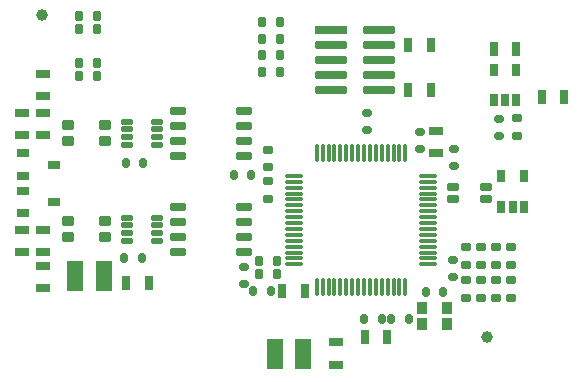
<source format=gtp>
G04*
G04 #@! TF.GenerationSoftware,Altium Limited,Altium Designer,21.9.1 (22)*
G04*
G04 Layer_Color=8421504*
%FSLAX25Y25*%
%MOIN*%
G70*
G04*
G04 #@! TF.SameCoordinates,20B19F73-AE42-437D-8B96-58F391311DC6*
G04*
G04*
G04 #@! TF.FilePolarity,Positive*
G04*
G01*
G75*
G04:AMPARAMS|DCode=10|XSize=39.37mil|YSize=35.43mil|CornerRadius=3.54mil|HoleSize=0mil|Usage=FLASHONLY|Rotation=90.000|XOffset=0mil|YOffset=0mil|HoleType=Round|Shape=RoundedRectangle|*
%AMROUNDEDRECTD10*
21,1,0.03937,0.02835,0,0,90.0*
21,1,0.03228,0.03543,0,0,90.0*
1,1,0.00709,0.01417,0.01614*
1,1,0.00709,0.01417,-0.01614*
1,1,0.00709,-0.01417,-0.01614*
1,1,0.00709,-0.01417,0.01614*
%
%ADD10ROUNDEDRECTD10*%
G04:AMPARAMS|DCode=11|XSize=31.5mil|YSize=25.59mil|CornerRadius=6.4mil|HoleSize=0mil|Usage=FLASHONLY|Rotation=90.000|XOffset=0mil|YOffset=0mil|HoleType=Round|Shape=RoundedRectangle|*
%AMROUNDEDRECTD11*
21,1,0.03150,0.01280,0,0,90.0*
21,1,0.01870,0.02559,0,0,90.0*
1,1,0.01280,0.00640,0.00935*
1,1,0.01280,0.00640,-0.00935*
1,1,0.01280,-0.00640,-0.00935*
1,1,0.01280,-0.00640,0.00935*
%
%ADD11ROUNDEDRECTD11*%
G04:AMPARAMS|DCode=12|XSize=11.81mil|YSize=59.06mil|CornerRadius=2.95mil|HoleSize=0mil|Usage=FLASHONLY|Rotation=0.000|XOffset=0mil|YOffset=0mil|HoleType=Round|Shape=RoundedRectangle|*
%AMROUNDEDRECTD12*
21,1,0.01181,0.05315,0,0,0.0*
21,1,0.00591,0.05906,0,0,0.0*
1,1,0.00591,0.00295,-0.02657*
1,1,0.00591,-0.00295,-0.02657*
1,1,0.00591,-0.00295,0.02657*
1,1,0.00591,0.00295,0.02657*
%
%ADD12ROUNDEDRECTD12*%
G04:AMPARAMS|DCode=13|XSize=11.81mil|YSize=59.06mil|CornerRadius=2.95mil|HoleSize=0mil|Usage=FLASHONLY|Rotation=90.000|XOffset=0mil|YOffset=0mil|HoleType=Round|Shape=RoundedRectangle|*
%AMROUNDEDRECTD13*
21,1,0.01181,0.05315,0,0,90.0*
21,1,0.00591,0.05906,0,0,90.0*
1,1,0.00591,0.02657,0.00295*
1,1,0.00591,0.02657,-0.00295*
1,1,0.00591,-0.02657,-0.00295*
1,1,0.00591,-0.02657,0.00295*
%
%ADD13ROUNDEDRECTD13*%
G04:AMPARAMS|DCode=14|XSize=49.21mil|YSize=27.56mil|CornerRadius=2.76mil|HoleSize=0mil|Usage=FLASHONLY|Rotation=270.000|XOffset=0mil|YOffset=0mil|HoleType=Round|Shape=RoundedRectangle|*
%AMROUNDEDRECTD14*
21,1,0.04921,0.02205,0,0,270.0*
21,1,0.04370,0.02756,0,0,270.0*
1,1,0.00551,-0.01102,-0.02185*
1,1,0.00551,-0.01102,0.02185*
1,1,0.00551,0.01102,0.02185*
1,1,0.00551,0.01102,-0.02185*
%
%ADD14ROUNDEDRECTD14*%
G04:AMPARAMS|DCode=15|XSize=49.21mil|YSize=27.56mil|CornerRadius=2.76mil|HoleSize=0mil|Usage=FLASHONLY|Rotation=180.000|XOffset=0mil|YOffset=0mil|HoleType=Round|Shape=RoundedRectangle|*
%AMROUNDEDRECTD15*
21,1,0.04921,0.02205,0,0,180.0*
21,1,0.04370,0.02756,0,0,180.0*
1,1,0.00551,-0.02185,0.01102*
1,1,0.00551,0.02185,0.01102*
1,1,0.00551,0.02185,-0.01102*
1,1,0.00551,-0.02185,-0.01102*
%
%ADD15ROUNDEDRECTD15*%
G04:AMPARAMS|DCode=16|XSize=31.5mil|YSize=25.59mil|CornerRadius=6.4mil|HoleSize=0mil|Usage=FLASHONLY|Rotation=0.000|XOffset=0mil|YOffset=0mil|HoleType=Round|Shape=RoundedRectangle|*
%AMROUNDEDRECTD16*
21,1,0.03150,0.01280,0,0,0.0*
21,1,0.01870,0.02559,0,0,0.0*
1,1,0.01280,0.00935,-0.00640*
1,1,0.01280,-0.00935,-0.00640*
1,1,0.01280,-0.00935,0.00640*
1,1,0.01280,0.00935,0.00640*
%
%ADD16ROUNDEDRECTD16*%
G04:AMPARAMS|DCode=17|XSize=33.47mil|YSize=23.62mil|CornerRadius=2.36mil|HoleSize=0mil|Usage=FLASHONLY|Rotation=0.000|XOffset=0mil|YOffset=0mil|HoleType=Round|Shape=RoundedRectangle|*
%AMROUNDEDRECTD17*
21,1,0.03347,0.01890,0,0,0.0*
21,1,0.02874,0.02362,0,0,0.0*
1,1,0.00472,0.01437,-0.00945*
1,1,0.00472,-0.01437,-0.00945*
1,1,0.00472,-0.01437,0.00945*
1,1,0.00472,0.01437,0.00945*
%
%ADD17ROUNDEDRECTD17*%
G04:AMPARAMS|DCode=18|XSize=33.47mil|YSize=23.62mil|CornerRadius=2.36mil|HoleSize=0mil|Usage=FLASHONLY|Rotation=90.000|XOffset=0mil|YOffset=0mil|HoleType=Round|Shape=RoundedRectangle|*
%AMROUNDEDRECTD18*
21,1,0.03347,0.01890,0,0,90.0*
21,1,0.02874,0.02362,0,0,90.0*
1,1,0.00472,0.00945,0.01437*
1,1,0.00472,0.00945,-0.01437*
1,1,0.00472,-0.00945,-0.01437*
1,1,0.00472,-0.00945,0.01437*
%
%ADD18ROUNDEDRECTD18*%
%ADD19R,0.00787X0.00787*%
%ADD20C,0.03937*%
G04:AMPARAMS|DCode=21|XSize=43.31mil|YSize=31.5mil|CornerRadius=4.72mil|HoleSize=0mil|Usage=FLASHONLY|Rotation=0.000|XOffset=0mil|YOffset=0mil|HoleType=Round|Shape=RoundedRectangle|*
%AMROUNDEDRECTD21*
21,1,0.04331,0.02205,0,0,0.0*
21,1,0.03386,0.03150,0,0,0.0*
1,1,0.00945,0.01693,-0.01102*
1,1,0.00945,-0.01693,-0.01102*
1,1,0.00945,-0.01693,0.01102*
1,1,0.00945,0.01693,0.01102*
%
%ADD21ROUNDEDRECTD21*%
G04:AMPARAMS|DCode=22|XSize=23.62mil|YSize=43.31mil|CornerRadius=2.36mil|HoleSize=0mil|Usage=FLASHONLY|Rotation=180.000|XOffset=0mil|YOffset=0mil|HoleType=Round|Shape=RoundedRectangle|*
%AMROUNDEDRECTD22*
21,1,0.02362,0.03858,0,0,180.0*
21,1,0.01890,0.04331,0,0,180.0*
1,1,0.00472,-0.00945,0.01929*
1,1,0.00472,0.00945,0.01929*
1,1,0.00472,0.00945,-0.01929*
1,1,0.00472,-0.00945,-0.01929*
%
%ADD22ROUNDEDRECTD22*%
G04:AMPARAMS|DCode=23|XSize=43.31mil|YSize=23.62mil|CornerRadius=3.54mil|HoleSize=0mil|Usage=FLASHONLY|Rotation=180.000|XOffset=0mil|YOffset=0mil|HoleType=Round|Shape=RoundedRectangle|*
%AMROUNDEDRECTD23*
21,1,0.04331,0.01654,0,0,180.0*
21,1,0.03622,0.02362,0,0,180.0*
1,1,0.00709,-0.01811,0.00827*
1,1,0.00709,0.01811,0.00827*
1,1,0.00709,0.01811,-0.00827*
1,1,0.00709,-0.01811,-0.00827*
%
%ADD23ROUNDEDRECTD23*%
G04:AMPARAMS|DCode=24|XSize=17.32mil|YSize=39.37mil|CornerRadius=2.6mil|HoleSize=0mil|Usage=FLASHONLY|Rotation=270.000|XOffset=0mil|YOffset=0mil|HoleType=Round|Shape=RoundedRectangle|*
%AMROUNDEDRECTD24*
21,1,0.01732,0.03417,0,0,270.0*
21,1,0.01213,0.03937,0,0,270.0*
1,1,0.00520,-0.01709,-0.00606*
1,1,0.00520,-0.01709,0.00606*
1,1,0.00520,0.01709,0.00606*
1,1,0.00520,0.01709,-0.00606*
%
%ADD24ROUNDEDRECTD24*%
G04:AMPARAMS|DCode=25|XSize=23.62mil|YSize=51.18mil|CornerRadius=2.36mil|HoleSize=0mil|Usage=FLASHONLY|Rotation=270.000|XOffset=0mil|YOffset=0mil|HoleType=Round|Shape=RoundedRectangle|*
%AMROUNDEDRECTD25*
21,1,0.02362,0.04646,0,0,270.0*
21,1,0.01890,0.05118,0,0,270.0*
1,1,0.00472,-0.02323,-0.00945*
1,1,0.00472,-0.02323,0.00945*
1,1,0.00472,0.02323,0.00945*
1,1,0.00472,0.02323,-0.00945*
%
%ADD25ROUNDEDRECTD25*%
G04:AMPARAMS|DCode=26|XSize=23.62mil|YSize=43.31mil|CornerRadius=2.36mil|HoleSize=0mil|Usage=FLASHONLY|Rotation=90.000|XOffset=0mil|YOffset=0mil|HoleType=Round|Shape=RoundedRectangle|*
%AMROUNDEDRECTD26*
21,1,0.02362,0.03858,0,0,90.0*
21,1,0.01890,0.04331,0,0,90.0*
1,1,0.00472,0.01929,0.00945*
1,1,0.00472,0.01929,-0.00945*
1,1,0.00472,-0.01929,-0.00945*
1,1,0.00472,-0.01929,0.00945*
%
%ADD26ROUNDEDRECTD26*%
G04:AMPARAMS|DCode=27|XSize=55.12mil|YSize=102.36mil|CornerRadius=8.27mil|HoleSize=0mil|Usage=FLASHONLY|Rotation=180.000|XOffset=0mil|YOffset=0mil|HoleType=Round|Shape=RoundedRectangle|*
%AMROUNDEDRECTD27*
21,1,0.05512,0.08583,0,0,180.0*
21,1,0.03858,0.10236,0,0,180.0*
1,1,0.01654,-0.01929,0.04291*
1,1,0.01654,0.01929,0.04291*
1,1,0.01654,0.01929,-0.04291*
1,1,0.01654,-0.01929,-0.04291*
%
%ADD27ROUNDEDRECTD27*%
%ADD28R,0.10630X0.02756*%
G04:AMPARAMS|DCode=29|XSize=27.56mil|YSize=106.3mil|CornerRadius=4.13mil|HoleSize=0mil|Usage=FLASHONLY|Rotation=270.000|XOffset=0mil|YOffset=0mil|HoleType=Round|Shape=RoundedRectangle|*
%AMROUNDEDRECTD29*
21,1,0.02756,0.09803,0,0,270.0*
21,1,0.01929,0.10630,0,0,270.0*
1,1,0.00827,-0.04902,-0.00965*
1,1,0.00827,-0.04902,0.00965*
1,1,0.00827,0.04902,0.00965*
1,1,0.00827,0.04902,-0.00965*
%
%ADD29ROUNDEDRECTD29*%
D10*
X178634Y24756D02*
D03*
Y19244D02*
D03*
X170366D02*
D03*
Y24756D02*
D03*
D11*
X171646Y30000D02*
D03*
X177354D02*
D03*
X156854Y21000D02*
D03*
X151146D02*
D03*
X114146Y30500D02*
D03*
X119854D02*
D03*
X107646Y69000D02*
D03*
X113354D02*
D03*
X71646Y73000D02*
D03*
X77354D02*
D03*
X71146Y41500D02*
D03*
X76854D02*
D03*
X165854Y21000D02*
D03*
X160146D02*
D03*
D12*
X135236Y76441D02*
D03*
X137205D02*
D03*
X139173D02*
D03*
X141142D02*
D03*
X143110D02*
D03*
X145079D02*
D03*
X147047D02*
D03*
X149016D02*
D03*
X150984D02*
D03*
X152953D02*
D03*
X154921D02*
D03*
X156890D02*
D03*
X158858D02*
D03*
X160827D02*
D03*
X162795D02*
D03*
X164764D02*
D03*
X160827Y31559D02*
D03*
X158858D02*
D03*
X156890D02*
D03*
X154921D02*
D03*
X152953D02*
D03*
X150984D02*
D03*
X149016D02*
D03*
X145079D02*
D03*
X143110D02*
D03*
X147047D02*
D03*
X139173D02*
D03*
X137205D02*
D03*
X135236D02*
D03*
X141142D02*
D03*
X164764D02*
D03*
X162795D02*
D03*
D13*
X172441Y68764D02*
D03*
Y66795D02*
D03*
Y56953D02*
D03*
Y54984D02*
D03*
Y53016D02*
D03*
Y51047D02*
D03*
Y49079D02*
D03*
Y47110D02*
D03*
Y45142D02*
D03*
Y43173D02*
D03*
Y41205D02*
D03*
Y39236D02*
D03*
X127559D02*
D03*
Y41205D02*
D03*
Y43173D02*
D03*
Y45142D02*
D03*
Y47110D02*
D03*
Y49079D02*
D03*
Y51047D02*
D03*
Y53016D02*
D03*
Y54984D02*
D03*
Y56953D02*
D03*
Y58921D02*
D03*
Y60890D02*
D03*
Y62858D02*
D03*
Y64827D02*
D03*
Y66795D02*
D03*
Y68764D02*
D03*
X172441Y64827D02*
D03*
Y62858D02*
D03*
Y60890D02*
D03*
Y58921D02*
D03*
D14*
X123760Y30500D02*
D03*
X131240D02*
D03*
X151260Y15000D02*
D03*
X158740D02*
D03*
X71760Y33000D02*
D03*
X79240D02*
D03*
X201740Y111000D02*
D03*
X194260D02*
D03*
X210260Y95000D02*
D03*
X217740D02*
D03*
X173240Y112500D02*
D03*
X165760D02*
D03*
Y97500D02*
D03*
X173240D02*
D03*
D15*
X175000Y76260D02*
D03*
Y83740D02*
D03*
X44000Y102740D02*
D03*
Y95260D02*
D03*
X141500Y13240D02*
D03*
Y5760D02*
D03*
X44000Y38740D02*
D03*
Y31260D02*
D03*
Y82260D02*
D03*
Y89740D02*
D03*
X37000D02*
D03*
Y82260D02*
D03*
X44000Y50740D02*
D03*
Y43260D02*
D03*
X37000D02*
D03*
Y50740D02*
D03*
D16*
X152000Y84146D02*
D03*
Y89854D02*
D03*
X169500Y83354D02*
D03*
Y77646D02*
D03*
X180500Y35146D02*
D03*
Y40854D02*
D03*
X111000Y38354D02*
D03*
Y32646D02*
D03*
X181000Y72146D02*
D03*
Y77854D02*
D03*
X196000Y82146D02*
D03*
Y87854D02*
D03*
D17*
X119000Y77453D02*
D03*
Y71547D02*
D03*
X185000Y33953D02*
D03*
Y28047D02*
D03*
X190000D02*
D03*
Y33953D02*
D03*
X195000D02*
D03*
Y28047D02*
D03*
X200000D02*
D03*
Y33953D02*
D03*
X119000Y61047D02*
D03*
Y66953D02*
D03*
X200000Y44953D02*
D03*
Y39047D02*
D03*
X195000Y44953D02*
D03*
Y39047D02*
D03*
X190000Y44953D02*
D03*
Y39047D02*
D03*
X185000Y44953D02*
D03*
Y39047D02*
D03*
X202000Y87953D02*
D03*
Y82047D02*
D03*
D18*
X122953Y120000D02*
D03*
X117047D02*
D03*
Y114500D02*
D03*
X122953D02*
D03*
Y109000D02*
D03*
X117047D02*
D03*
Y103500D02*
D03*
X122953D02*
D03*
X116047Y36000D02*
D03*
X121953D02*
D03*
Y40500D02*
D03*
X116047D02*
D03*
X62008Y101969D02*
D03*
X56102D02*
D03*
X62008Y106299D02*
D03*
X56102D02*
D03*
X62008Y117717D02*
D03*
X56102D02*
D03*
X62008Y122047D02*
D03*
X56102D02*
D03*
D19*
X43500Y122500D02*
D03*
X192000Y15000D02*
D03*
D20*
X43500Y122500D02*
D03*
X192000Y15000D02*
D03*
D21*
X52201Y53756D02*
D03*
X64799D02*
D03*
Y48244D02*
D03*
X52201D02*
D03*
Y85756D02*
D03*
X64799D02*
D03*
Y80244D02*
D03*
X52201D02*
D03*
D22*
X196760Y68618D02*
D03*
X204240D02*
D03*
Y58382D02*
D03*
X200500D02*
D03*
X196760D02*
D03*
X194260Y93882D02*
D03*
X198000D02*
D03*
X201740D02*
D03*
Y104118D02*
D03*
X194260D02*
D03*
D23*
X180488Y64969D02*
D03*
X191512D02*
D03*
Y61032D02*
D03*
X180488D02*
D03*
D24*
X82118Y79161D02*
D03*
Y81721D02*
D03*
Y84280D02*
D03*
X71882D02*
D03*
Y81721D02*
D03*
Y79161D02*
D03*
X82118Y86839D02*
D03*
X71882D02*
D03*
Y54839D02*
D03*
X82118D02*
D03*
X71882Y47161D02*
D03*
Y49720D02*
D03*
Y52280D02*
D03*
X82118D02*
D03*
Y49720D02*
D03*
Y47161D02*
D03*
D25*
X111024Y75500D02*
D03*
Y80500D02*
D03*
Y85500D02*
D03*
Y90500D02*
D03*
X88976Y75500D02*
D03*
Y80500D02*
D03*
Y85500D02*
D03*
Y90500D02*
D03*
X111024Y43500D02*
D03*
Y48500D02*
D03*
Y53500D02*
D03*
Y58500D02*
D03*
X88976Y43500D02*
D03*
Y48500D02*
D03*
Y53500D02*
D03*
Y58500D02*
D03*
D26*
X37382Y76240D02*
D03*
Y68760D02*
D03*
X47618Y72500D02*
D03*
X37382Y63740D02*
D03*
Y56260D02*
D03*
X47618Y60000D02*
D03*
D27*
X130724Y9500D02*
D03*
X121276D02*
D03*
X54776Y35500D02*
D03*
X64224D02*
D03*
D28*
X140126Y117460D02*
D03*
D29*
X155874D02*
D03*
X140126Y112460D02*
D03*
X155874D02*
D03*
X140126Y107460D02*
D03*
Y102460D02*
D03*
Y97460D02*
D03*
X155874Y107460D02*
D03*
Y102460D02*
D03*
Y97460D02*
D03*
M02*

</source>
